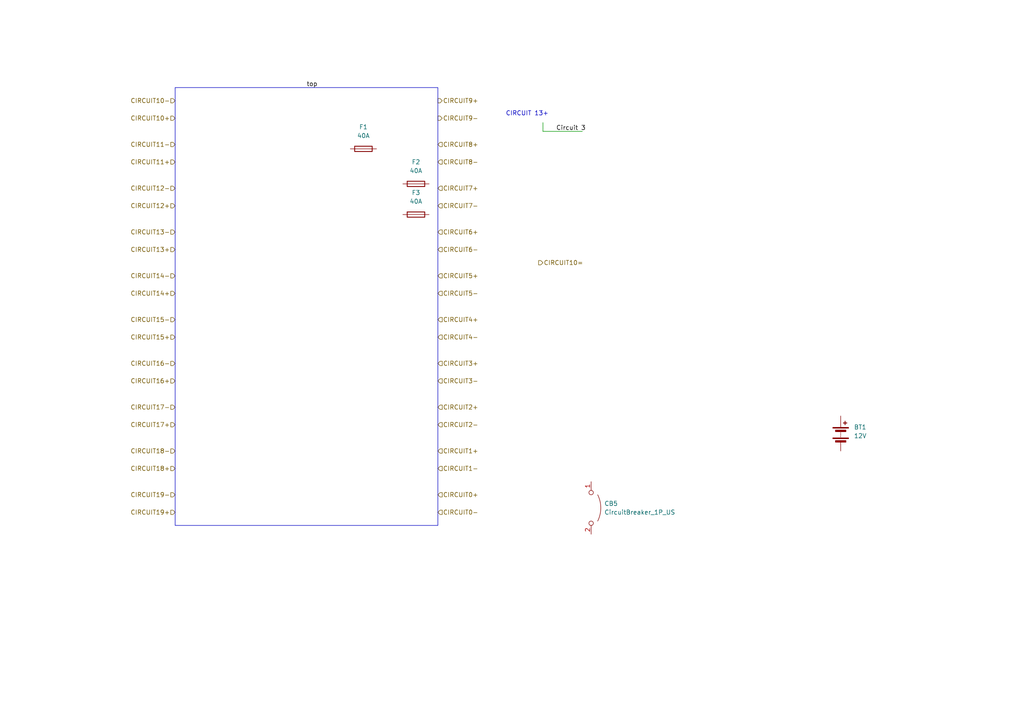
<source format=kicad_sch>
(kicad_sch
	(version 20250114)
	(generator "eeschema")
	(generator_version "9.0")
	(uuid "c6e64980-6468-49cf-b908-d8444424233a")
	(paper "A4")
	(lib_symbols
		(symbol "Device:Battery"
			(pin_numbers
				(hide yes)
			)
			(pin_names
				(offset 0)
				(hide yes)
			)
			(exclude_from_sim no)
			(in_bom yes)
			(on_board yes)
			(property "Reference" "BT"
				(at 2.54 2.54 0)
				(effects
					(font
						(size 1.27 1.27)
					)
					(justify left)
				)
			)
			(property "Value" "Battery"
				(at 2.54 0 0)
				(effects
					(font
						(size 1.27 1.27)
					)
					(justify left)
				)
			)
			(property "Footprint" ""
				(at 0 1.524 90)
				(effects
					(font
						(size 1.27 1.27)
					)
					(hide yes)
				)
			)
			(property "Datasheet" "~"
				(at 0 1.524 90)
				(effects
					(font
						(size 1.27 1.27)
					)
					(hide yes)
				)
			)
			(property "Description" "Multiple-cell battery"
				(at 0 0 0)
				(effects
					(font
						(size 1.27 1.27)
					)
					(hide yes)
				)
			)
			(property "Sim.Device" "V"
				(at 0 0 0)
				(effects
					(font
						(size 1.27 1.27)
					)
					(hide yes)
				)
			)
			(property "Sim.Type" "DC"
				(at 0 0 0)
				(effects
					(font
						(size 1.27 1.27)
					)
					(hide yes)
				)
			)
			(property "Sim.Pins" "1=+ 2=-"
				(at 0 0 0)
				(effects
					(font
						(size 1.27 1.27)
					)
					(hide yes)
				)
			)
			(property "ki_keywords" "batt voltage-source cell"
				(at 0 0 0)
				(effects
					(font
						(size 1.27 1.27)
					)
					(hide yes)
				)
			)
			(symbol "Battery_0_1"
				(rectangle
					(start -2.286 1.778)
					(end 2.286 1.524)
					(stroke
						(width 0)
						(type default)
					)
					(fill
						(type outline)
					)
				)
				(rectangle
					(start -2.286 -1.27)
					(end 2.286 -1.524)
					(stroke
						(width 0)
						(type default)
					)
					(fill
						(type outline)
					)
				)
				(rectangle
					(start -1.524 1.016)
					(end 1.524 0.508)
					(stroke
						(width 0)
						(type default)
					)
					(fill
						(type outline)
					)
				)
				(rectangle
					(start -1.524 -2.032)
					(end 1.524 -2.54)
					(stroke
						(width 0)
						(type default)
					)
					(fill
						(type outline)
					)
				)
				(polyline
					(pts
						(xy 0 1.778) (xy 0 2.54)
					)
					(stroke
						(width 0)
						(type default)
					)
					(fill
						(type none)
					)
				)
				(polyline
					(pts
						(xy 0 0) (xy 0 0.254)
					)
					(stroke
						(width 0)
						(type default)
					)
					(fill
						(type none)
					)
				)
				(polyline
					(pts
						(xy 0 -0.508) (xy 0 -0.254)
					)
					(stroke
						(width 0)
						(type default)
					)
					(fill
						(type none)
					)
				)
				(polyline
					(pts
						(xy 0 -1.016) (xy 0 -0.762)
					)
					(stroke
						(width 0)
						(type default)
					)
					(fill
						(type none)
					)
				)
				(polyline
					(pts
						(xy 0.762 3.048) (xy 1.778 3.048)
					)
					(stroke
						(width 0.254)
						(type default)
					)
					(fill
						(type none)
					)
				)
				(polyline
					(pts
						(xy 1.27 3.556) (xy 1.27 2.54)
					)
					(stroke
						(width 0.254)
						(type default)
					)
					(fill
						(type none)
					)
				)
			)
			(symbol "Battery_1_1"
				(pin passive line
					(at 0 5.08 270)
					(length 2.54)
					(name "+"
						(effects
							(font
								(size 1.27 1.27)
							)
						)
					)
					(number "1"
						(effects
							(font
								(size 1.27 1.27)
							)
						)
					)
				)
				(pin passive line
					(at 0 -5.08 90)
					(length 2.54)
					(name "-"
						(effects
							(font
								(size 1.27 1.27)
							)
						)
					)
					(number "2"
						(effects
							(font
								(size 1.27 1.27)
							)
						)
					)
				)
			)
			(embedded_fonts no)
		)
		(symbol "Device:CircuitBreaker_1P_US"
			(exclude_from_sim no)
			(in_bom yes)
			(on_board yes)
			(property "Reference" "CB"
				(at 3.175 -1.27 0)
				(effects
					(font
						(size 1.27 1.27)
					)
					(justify left)
				)
			)
			(property "Value" "CircuitBreaker_1P_US"
				(at 3.175 0.635 0)
				(effects
					(font
						(size 1.27 1.27)
					)
					(justify left)
				)
			)
			(property "Footprint" ""
				(at 0 0 0)
				(effects
					(font
						(size 1.27 1.27)
					)
					(hide yes)
				)
			)
			(property "Datasheet" "~"
				(at 0 0 0)
				(effects
					(font
						(size 1.27 1.27)
					)
					(hide yes)
				)
			)
			(property "Description" "Single pole circuit breaker, US symbol"
				(at 0 0 0)
				(effects
					(font
						(size 1.27 1.27)
					)
					(hide yes)
				)
			)
			(property "ki_keywords" "CB"
				(at 0 0 0)
				(effects
					(font
						(size 1.27 1.27)
					)
					(hide yes)
				)
			)
			(symbol "CircuitBreaker_1P_US_0_1"
				(arc
					(start 1.905 3.81)
					(mid 2.8044 0)
					(end 1.905 -3.81)
					(stroke
						(width 0)
						(type default)
					)
					(fill
						(type none)
					)
				)
				(circle
					(center 0 4.445)
					(radius 0.635)
					(stroke
						(width 0)
						(type default)
					)
					(fill
						(type none)
					)
				)
				(circle
					(center 0 -4.445)
					(radius 0.635)
					(stroke
						(width 0)
						(type default)
					)
					(fill
						(type none)
					)
				)
			)
			(symbol "CircuitBreaker_1P_US_1_1"
				(pin passive line
					(at 0 7.62 270)
					(length 2.54)
					(name "~"
						(effects
							(font
								(size 1.27 1.27)
							)
						)
					)
					(number "1"
						(effects
							(font
								(size 1.27 1.27)
							)
						)
					)
				)
				(pin passive line
					(at 0 -7.62 90)
					(length 2.54)
					(name "~"
						(effects
							(font
								(size 1.27 1.27)
							)
						)
					)
					(number "2"
						(effects
							(font
								(size 1.27 1.27)
							)
						)
					)
				)
			)
			(embedded_fonts no)
		)
		(symbol "Device:Fuse"
			(pin_numbers
				(hide yes)
			)
			(pin_names
				(offset 0)
			)
			(exclude_from_sim no)
			(in_bom yes)
			(on_board yes)
			(property "Reference" "F"
				(at 2.032 0 90)
				(effects
					(font
						(size 1.27 1.27)
					)
				)
			)
			(property "Value" "Fuse"
				(at -1.905 0 90)
				(effects
					(font
						(size 1.27 1.27)
					)
				)
			)
			(property "Footprint" ""
				(at -1.778 0 90)
				(effects
					(font
						(size 1.27 1.27)
					)
					(hide yes)
				)
			)
			(property "Datasheet" "~"
				(at 0 0 0)
				(effects
					(font
						(size 1.27 1.27)
					)
					(hide yes)
				)
			)
			(property "Description" "Fuse"
				(at 0 0 0)
				(effects
					(font
						(size 1.27 1.27)
					)
					(hide yes)
				)
			)
			(property "ki_keywords" "fuse"
				(at 0 0 0)
				(effects
					(font
						(size 1.27 1.27)
					)
					(hide yes)
				)
			)
			(property "ki_fp_filters" "*Fuse*"
				(at 0 0 0)
				(effects
					(font
						(size 1.27 1.27)
					)
					(hide yes)
				)
			)
			(symbol "Fuse_0_1"
				(rectangle
					(start -0.762 -2.54)
					(end 0.762 2.54)
					(stroke
						(width 0.254)
						(type default)
					)
					(fill
						(type none)
					)
				)
				(polyline
					(pts
						(xy 0 2.54) (xy 0 -2.54)
					)
					(stroke
						(width 0)
						(type default)
					)
					(fill
						(type none)
					)
				)
			)
			(symbol "Fuse_1_1"
				(pin passive line
					(at 0 3.81 270)
					(length 1.27)
					(name "~"
						(effects
							(font
								(size 1.27 1.27)
							)
						)
					)
					(number "1"
						(effects
							(font
								(size 1.27 1.27)
							)
						)
					)
				)
				(pin passive line
					(at 0 -3.81 90)
					(length 1.27)
					(name "~"
						(effects
							(font
								(size 1.27 1.27)
							)
						)
					)
					(number "2"
						(effects
							(font
								(size 1.27 1.27)
							)
						)
					)
				)
			)
			(embedded_fonts no)
		)
	)
	(rectangle
		(start 50.8 25.4)
		(end 127 152.4)
		(stroke
			(width 0)
			(type default)
		)
		(fill
			(type none)
		)
		(uuid b693fc94-b683-4053-92f4-c99b2a27618d)
	)
	(text "CIRCUIT 13+"
		(exclude_from_sim no)
		(at 152.908 33.02 0)
		(effects
			(font
				(size 1.27 1.27)
			)
		)
		(uuid "714ca62b-98e4-41f9-8dab-b1303b581e36")
	)
	(wire
		(pts
			(xy 157.48 35.56) (xy 157.48 38.1)
		)
		(stroke
			(width 0)
			(type default)
		)
		(uuid "5483af4a-15d6-45c9-a4f3-4ee52710891b")
	)
	(wire
		(pts
			(xy 157.48 38.1) (xy 168.91 38.1)
		)
		(stroke
			(width 0)
			(type default)
		)
		(uuid "cbf4eac6-645e-4860-a7a7-2a106047628e")
	)
	(label "top"
		(at 88.9 25.4 0)
		(effects
			(font
				(size 1.27 1.27)
			)
			(justify left bottom)
		)
		(uuid "2250540f-3e78-40fb-aff2-46d27c5a9af4")
	)
	(label "Circuit 3"
		(at 161.29 38.1 0)
		(effects
			(font
				(size 1.27 1.27)
			)
			(justify left bottom)
		)
		(uuid "5598b771-a488-4d27-995d-003df7e365e6")
	)
	(hierarchical_label "CIRCUIT8+"
		(shape input)
		(at 127 41.91 0)
		(effects
			(font
				(size 1.27 1.27)
			)
			(justify left)
		)
		(uuid "02e26caf-77b9-4a55-b173-dd4265a0bbb2")
	)
	(hierarchical_label "CIRCUIT15+"
		(shape input)
		(at 50.8 97.79 180)
		(effects
			(font
				(size 1.27 1.27)
			)
			(justify right)
		)
		(uuid "0cd233ba-33f6-4ff1-a4e8-be2f0f367f92")
	)
	(hierarchical_label "CIRCUIT17+"
		(shape input)
		(at 50.8 123.19 180)
		(effects
			(font
				(size 1.27 1.27)
			)
			(justify right)
		)
		(uuid "11046662-e2fe-42be-af2f-0cc9cf769174")
	)
	(hierarchical_label "CIRCUIT19-"
		(shape input)
		(at 50.8 143.51 180)
		(effects
			(font
				(size 1.27 1.27)
			)
			(justify right)
		)
		(uuid "1c41282e-54cd-45a7-ba98-d1c397853741")
	)
	(hierarchical_label "CIRCUIT7-"
		(shape input)
		(at 127 59.69 0)
		(effects
			(font
				(size 1.27 1.27)
			)
			(justify left)
		)
		(uuid "2fee7b13-d437-4ca0-accd-536d545f913e")
	)
	(hierarchical_label "CIRCUIT10="
		(shape output)
		(at 156.21 76.2 0)
		(effects
			(font
				(size 1.27 1.27)
			)
			(justify left)
		)
		(uuid "317f047f-22e7-4c0b-9d6c-f9d0b60dd638")
	)
	(hierarchical_label "CIRCUIT2-"
		(shape input)
		(at 127 123.19 0)
		(effects
			(font
				(size 1.27 1.27)
			)
			(justify left)
		)
		(uuid "34852261-2822-4a23-a897-67dc14dddb36")
	)
	(hierarchical_label "CIRCUIT8-"
		(shape input)
		(at 127 46.99 0)
		(effects
			(font
				(size 1.27 1.27)
			)
			(justify left)
		)
		(uuid "39c7b690-8a18-49d2-85eb-a1eb244e691d")
	)
	(hierarchical_label "CIRCUIT1-"
		(shape input)
		(at 127 135.89 0)
		(effects
			(font
				(size 1.27 1.27)
			)
			(justify left)
		)
		(uuid "4569f2ce-9a48-47f0-99af-95f9e4595b4a")
	)
	(hierarchical_label "CIRCUIT13-"
		(shape input)
		(at 50.8 67.31 180)
		(effects
			(font
				(size 1.27 1.27)
			)
			(justify right)
		)
		(uuid "57b57808-7b53-4f99-bc75-8529c307f21e")
	)
	(hierarchical_label "CIRCUIT3-"
		(shape input)
		(at 127 110.49 0)
		(effects
			(font
				(size 1.27 1.27)
			)
			(justify left)
		)
		(uuid "5aa2dc8c-2203-4a45-bb29-1e03b7000bb5")
	)
	(hierarchical_label "CIRCUIT12+"
		(shape input)
		(at 50.8 59.69 180)
		(effects
			(font
				(size 1.27 1.27)
			)
			(justify right)
		)
		(uuid "60f8d1c8-a8a6-42d4-adeb-291c2f87544d")
	)
	(hierarchical_label "CIRCUIT14+"
		(shape input)
		(at 50.8 85.09 180)
		(effects
			(font
				(size 1.27 1.27)
			)
			(justify right)
		)
		(uuid "61c28e0e-fbb9-45ca-84ee-ed254a6a06d3")
	)
	(hierarchical_label "CIRCUIT11-"
		(shape input)
		(at 50.8 41.91 180)
		(effects
			(font
				(size 1.27 1.27)
			)
			(justify right)
		)
		(uuid "69a675d0-685c-4a3e-811f-a1a1957a3d98")
	)
	(hierarchical_label "CIRCUIT10-"
		(shape input)
		(at 50.8 29.21 180)
		(effects
			(font
				(size 1.27 1.27)
			)
			(justify right)
		)
		(uuid "6d6cd123-8956-433b-ad03-cdf8b7d32483")
	)
	(hierarchical_label "CIRCUIT13+"
		(shape input)
		(at 50.8 72.39 180)
		(effects
			(font
				(size 1.27 1.27)
			)
			(justify right)
		)
		(uuid "6f12370b-3bc9-4966-b8a9-5e2946f6131c")
	)
	(hierarchical_label "CIRCUIT0+"
		(shape input)
		(at 127 143.51 0)
		(effects
			(font
				(size 1.27 1.27)
			)
			(justify left)
		)
		(uuid "6f743239-e7f1-4c82-9f4d-f272e8e392de")
	)
	(hierarchical_label "CIRCUIT9+"
		(shape output)
		(at 127 29.21 0)
		(effects
			(font
				(size 1.27 1.27)
			)
			(justify left)
		)
		(uuid "70cbf3f9-dc97-4eca-b7a6-686fef2f4ed7")
	)
	(hierarchical_label "CIRCUIT7+"
		(shape input)
		(at 127 54.61 0)
		(effects
			(font
				(size 1.27 1.27)
			)
			(justify left)
		)
		(uuid "75bfe360-6974-4e5a-bc9a-221ba6b0551b")
	)
	(hierarchical_label "CIRCUIT10+"
		(shape input)
		(at 50.8 34.29 180)
		(effects
			(font
				(size 1.27 1.27)
			)
			(justify right)
		)
		(uuid "7bc70050-9b5d-4604-ab00-dc78a1cd4904")
	)
	(hierarchical_label "CIRCUIT6+"
		(shape input)
		(at 127 67.31 0)
		(effects
			(font
				(size 1.27 1.27)
			)
			(justify left)
		)
		(uuid "8838a545-e8ce-48d5-905b-b61dd77c442c")
	)
	(hierarchical_label "CIRCUIT4+"
		(shape input)
		(at 127 92.71 0)
		(effects
			(font
				(size 1.27 1.27)
			)
			(justify left)
		)
		(uuid "8907f9fa-c392-41e3-b97d-84bb9b0fcd1a")
	)
	(hierarchical_label "CIRCUIT5+"
		(shape input)
		(at 127 80.01 0)
		(effects
			(font
				(size 1.27 1.27)
			)
			(justify left)
		)
		(uuid "89f5eacb-60b1-48d0-ac73-2c5264c2fd3d")
	)
	(hierarchical_label "CIRCUIT4-"
		(shape input)
		(at 127 97.79 0)
		(effects
			(font
				(size 1.27 1.27)
			)
			(justify left)
		)
		(uuid "9662cfe5-f474-4bad-a2f9-28c5562c6360")
	)
	(hierarchical_label "CIRCUIT12-"
		(shape input)
		(at 50.8 54.61 180)
		(effects
			(font
				(size 1.27 1.27)
			)
			(justify right)
		)
		(uuid "9d79da2c-6711-4b6d-a32c-c72fbd8ce593")
	)
	(hierarchical_label "CIRCUIT17-"
		(shape input)
		(at 50.8 118.11 180)
		(effects
			(font
				(size 1.27 1.27)
			)
			(justify right)
		)
		(uuid "9eb708fb-4eb1-484e-80d9-63bce2d85e4b")
	)
	(hierarchical_label "CIRCUIT16+"
		(shape input)
		(at 50.8 110.49 180)
		(effects
			(font
				(size 1.27 1.27)
			)
			(justify right)
		)
		(uuid "a1a666ed-f8bc-46fe-8b93-2a9abae43d50")
	)
	(hierarchical_label "CIRCUIT11+"
		(shape input)
		(at 50.8 46.99 180)
		(effects
			(font
				(size 1.27 1.27)
			)
			(justify right)
		)
		(uuid "a71e511c-8202-4b68-b4cf-a26de12299ae")
	)
	(hierarchical_label "CIRCUIT6-"
		(shape input)
		(at 127 72.39 0)
		(effects
			(font
				(size 1.27 1.27)
			)
			(justify left)
		)
		(uuid "ab539275-0b4b-42a1-bcaa-f17768ff2cc6")
	)
	(hierarchical_label "CIRCUIT18+"
		(shape input)
		(at 50.8 135.89 180)
		(effects
			(font
				(size 1.27 1.27)
			)
			(justify right)
		)
		(uuid "b0ed112c-253d-4616-9dc7-6895602710d7")
	)
	(hierarchical_label "CIRCUIT0-"
		(shape input)
		(at 127 148.59 0)
		(effects
			(font
				(size 1.27 1.27)
			)
			(justify left)
		)
		(uuid "b0f7f102-d8ba-406a-af7c-10e24c163e77")
	)
	(hierarchical_label "CIRCUIT2+"
		(shape input)
		(at 127 118.11 0)
		(effects
			(font
				(size 1.27 1.27)
			)
			(justify left)
		)
		(uuid "b1a83a68-b792-4317-b70e-c49429ad8fa5")
	)
	(hierarchical_label "CIRCUIT18-"
		(shape input)
		(at 50.8 130.81 180)
		(effects
			(font
				(size 1.27 1.27)
			)
			(justify right)
		)
		(uuid "c5ca2aee-49cd-458e-9a1c-b0d4400c76b8")
	)
	(hierarchical_label "CIRCUIT5-"
		(shape input)
		(at 127 85.09 0)
		(effects
			(font
				(size 1.27 1.27)
			)
			(justify left)
		)
		(uuid "d461f249-cbfd-4d8e-bbd4-8db3648076e6")
	)
	(hierarchical_label "CIRCUIT15-"
		(shape input)
		(at 50.8 92.71 180)
		(effects
			(font
				(size 1.27 1.27)
			)
			(justify right)
		)
		(uuid "da1cb6b9-d7c4-4b04-9734-760e1e54da47")
	)
	(hierarchical_label "CIRCUIT1+"
		(shape input)
		(at 127 130.81 0)
		(effects
			(font
				(size 1.27 1.27)
			)
			(justify left)
		)
		(uuid "e79818fd-5998-42ed-9521-a833b2c3d262")
	)
	(hierarchical_label "CIRCUIT9-"
		(shape output)
		(at 127 34.29 0)
		(effects
			(font
				(size 1.27 1.27)
			)
			(justify left)
		)
		(uuid "ebe76297-89a7-438e-81c9-6b8e85e08fa8")
	)
	(hierarchical_label "CIRCUIT16-"
		(shape input)
		(at 50.8 105.41 180)
		(effects
			(font
				(size 1.27 1.27)
			)
			(justify right)
		)
		(uuid "f48f5c02-2987-41fb-a724-b8393723ae92")
	)
	(hierarchical_label "CIRCUIT19+"
		(shape input)
		(at 50.8 148.59 180)
		(effects
			(font
				(size 1.27 1.27)
			)
			(justify right)
		)
		(uuid "f5867944-5bd3-4ef8-b8bd-342e96a98032")
	)
	(hierarchical_label "CIRCUIT3+"
		(shape input)
		(at 127 105.41 0)
		(effects
			(font
				(size 1.27 1.27)
			)
			(justify left)
		)
		(uuid "f7b906f6-a373-4b8d-b8ae-8719ab86746b")
	)
	(hierarchical_label "CIRCUIT14-"
		(shape input)
		(at 50.8 80.01 180)
		(effects
			(font
				(size 1.27 1.27)
			)
			(justify right)
		)
		(uuid "f8f66f4c-1a55-4dbe-a1ea-82ce670becb0")
	)
	(symbol
		(lib_id "Device:Fuse")
		(at 120.65 62.23 90)
		(unit 1)
		(exclude_from_sim no)
		(in_bom yes)
		(on_board yes)
		(dnp no)
		(fields_autoplaced yes)
		(uuid "33e810c4-3c00-41e0-934a-86288fbce7b6")
		(property "Reference" "F3"
			(at 120.65 55.88 90)
			(effects
				(font
					(size 1.27 1.27)
				)
			)
		)
		(property "Value" "40A"
			(at 120.65 58.42 90)
			(effects
				(font
					(size 1.27 1.27)
				)
			)
		)
		(property "Footprint" ""
			(at 120.65 64.008 90)
			(effects
				(font
					(size 1.27 1.27)
				)
				(hide yes)
			)
		)
		(property "Datasheet" "~"
			(at 120.65 62.23 0)
			(effects
				(font
					(size 1.27 1.27)
				)
				(hide yes)
			)
		)
		(property "Description" "Fuse"
			(at 120.65 62.23 0)
			(effects
				(font
					(size 1.27 1.27)
				)
				(hide yes)
			)
		)
		(pin "2"
			(uuid "02e787a1-a4ef-48bc-bf30-a97356004030")
		)
		(pin "1"
			(uuid "bfd2c16e-1349-4051-bc4b-23e078c5460d")
		)
		(instances
			(project "2026 Thylacine"
				(path "/98b6c9ee-d540-44fc-a0fc-84d7e360cf9f/06dea5f7-c6d4-4f85-adfc-fe75a89e758b"
					(reference "F3")
					(unit 1)
				)
			)
		)
	)
	(symbol
		(lib_id "Device:Fuse")
		(at 105.41 43.18 90)
		(unit 1)
		(exclude_from_sim no)
		(in_bom yes)
		(on_board yes)
		(dnp no)
		(fields_autoplaced yes)
		(uuid "50c62951-5d12-400f-895c-716c2f7d765d")
		(property "Reference" "F1"
			(at 105.41 36.83 90)
			(effects
				(font
					(size 1.27 1.27)
				)
			)
		)
		(property "Value" "40A"
			(at 105.41 39.37 90)
			(effects
				(font
					(size 1.27 1.27)
				)
			)
		)
		(property "Footprint" ""
			(at 105.41 44.958 90)
			(effects
				(font
					(size 1.27 1.27)
				)
				(hide yes)
			)
		)
		(property "Datasheet" "~"
			(at 105.41 43.18 0)
			(effects
				(font
					(size 1.27 1.27)
				)
				(hide yes)
			)
		)
		(property "Description" "Fuse"
			(at 105.41 43.18 0)
			(effects
				(font
					(size 1.27 1.27)
				)
				(hide yes)
			)
		)
		(pin "2"
			(uuid "798580e2-a6fb-4f0f-adc6-b23242043894")
		)
		(pin "1"
			(uuid "7a5801d8-349a-4e0b-904b-81d1fc6a81c7")
		)
		(instances
			(project "2026 Thylacine"
				(path "/98b6c9ee-d540-44fc-a0fc-84d7e360cf9f/06dea5f7-c6d4-4f85-adfc-fe75a89e758b"
					(reference "F1")
					(unit 1)
				)
			)
		)
	)
	(symbol
		(lib_id "Device:CircuitBreaker_1P_US")
		(at 171.45 147.32 0)
		(unit 1)
		(exclude_from_sim no)
		(in_bom yes)
		(on_board yes)
		(dnp no)
		(fields_autoplaced yes)
		(uuid "68b27aa1-bd0d-4b74-a94c-0973206ae5fd")
		(property "Reference" "CB5"
			(at 175.26 146.0499 0)
			(effects
				(font
					(size 1.27 1.27)
				)
				(justify left)
			)
		)
		(property "Value" "CircuitBreaker_1P_US"
			(at 175.26 148.5899 0)
			(effects
				(font
					(size 1.27 1.27)
				)
				(justify left)
			)
		)
		(property "Footprint" ""
			(at 171.45 147.32 0)
			(effects
				(font
					(size 1.27 1.27)
				)
				(hide yes)
			)
		)
		(property "Datasheet" "~"
			(at 171.45 147.32 0)
			(effects
				(font
					(size 1.27 1.27)
				)
				(hide yes)
			)
		)
		(property "Description" "Single pole circuit breaker, US symbol"
			(at 171.45 147.32 0)
			(effects
				(font
					(size 1.27 1.27)
				)
				(hide yes)
			)
		)
		(pin "2"
			(uuid "fbde2b9e-665e-4989-bd63-fbcd37db32e9")
		)
		(pin "1"
			(uuid "ce967ffe-e2c7-46a6-aaf9-af9e305498c4")
		)
		(instances
			(project ""
				(path "/98b6c9ee-d540-44fc-a0fc-84d7e360cf9f/06dea5f7-c6d4-4f85-adfc-fe75a89e758b"
					(reference "CB5")
					(unit 1)
				)
			)
		)
	)
	(symbol
		(lib_id "Device:Fuse")
		(at 120.65 53.34 90)
		(unit 1)
		(exclude_from_sim no)
		(in_bom yes)
		(on_board yes)
		(dnp no)
		(fields_autoplaced yes)
		(uuid "6c54e0ef-bab4-469c-8171-95276bc79a6b")
		(property "Reference" "F2"
			(at 120.65 46.99 90)
			(effects
				(font
					(size 1.27 1.27)
				)
			)
		)
		(property "Value" "40A"
			(at 120.65 49.53 90)
			(effects
				(font
					(size 1.27 1.27)
				)
			)
		)
		(property "Footprint" ""
			(at 120.65 55.118 90)
			(effects
				(font
					(size 1.27 1.27)
				)
				(hide yes)
			)
		)
		(property "Datasheet" "~"
			(at 120.65 53.34 0)
			(effects
				(font
					(size 1.27 1.27)
				)
				(hide yes)
			)
		)
		(property "Description" "Fuse"
			(at 120.65 53.34 0)
			(effects
				(font
					(size 1.27 1.27)
				)
				(hide yes)
			)
		)
		(pin "2"
			(uuid "0fdf4125-73fd-4475-b748-2427710c9eaf")
		)
		(pin "1"
			(uuid "74f134d1-3085-457f-bd5e-f0f8594ac1d6")
		)
		(instances
			(project "2026 Thylacine"
				(path "/98b6c9ee-d540-44fc-a0fc-84d7e360cf9f/06dea5f7-c6d4-4f85-adfc-fe75a89e758b"
					(reference "F2")
					(unit 1)
				)
			)
		)
	)
	(symbol
		(lib_id "Device:Battery")
		(at 243.84 125.73 0)
		(unit 1)
		(exclude_from_sim no)
		(in_bom yes)
		(on_board yes)
		(dnp no)
		(fields_autoplaced yes)
		(uuid "8987be4f-d8d1-40b9-b165-53976a6dc280")
		(property "Reference" "BT1"
			(at 247.65 123.8884 0)
			(effects
				(font
					(size 1.27 1.27)
				)
				(justify left)
			)
		)
		(property "Value" "12V"
			(at 247.65 126.4284 0)
			(effects
				(font
					(size 1.27 1.27)
				)
				(justify left)
			)
		)
		(property "Footprint" ""
			(at 243.84 124.206 90)
			(effects
				(font
					(size 1.27 1.27)
				)
				(hide yes)
			)
		)
		(property "Datasheet" "~"
			(at 243.84 124.206 90)
			(effects
				(font
					(size 1.27 1.27)
				)
				(hide yes)
			)
		)
		(property "Description" "Multiple-cell battery"
			(at 243.84 125.73 0)
			(effects
				(font
					(size 1.27 1.27)
				)
				(hide yes)
			)
		)
		(property "Sim.Device" "V"
			(at 243.84 125.73 0)
			(effects
				(font
					(size 1.27 1.27)
				)
				(hide yes)
			)
		)
		(property "Sim.Type" "DC"
			(at 243.84 125.73 0)
			(effects
				(font
					(size 1.27 1.27)
				)
				(hide yes)
			)
		)
		(property "Sim.Pins" "1=+ 2=-"
			(at 243.84 125.73 0)
			(effects
				(font
					(size 1.27 1.27)
				)
				(hide yes)
			)
		)
		(pin "2"
			(uuid "70adb930-d74c-48a5-9dca-533c306837a4")
		)
		(pin "1"
			(uuid "cb0da4c5-6e30-4e65-a9c8-b9908b4123ed")
		)
		(instances
			(project ""
				(path "/98b6c9ee-d540-44fc-a0fc-84d7e360cf9f/06dea5f7-c6d4-4f85-adfc-fe75a89e758b"
					(reference "BT1")
					(unit 1)
				)
			)
		)
	)
)

</source>
